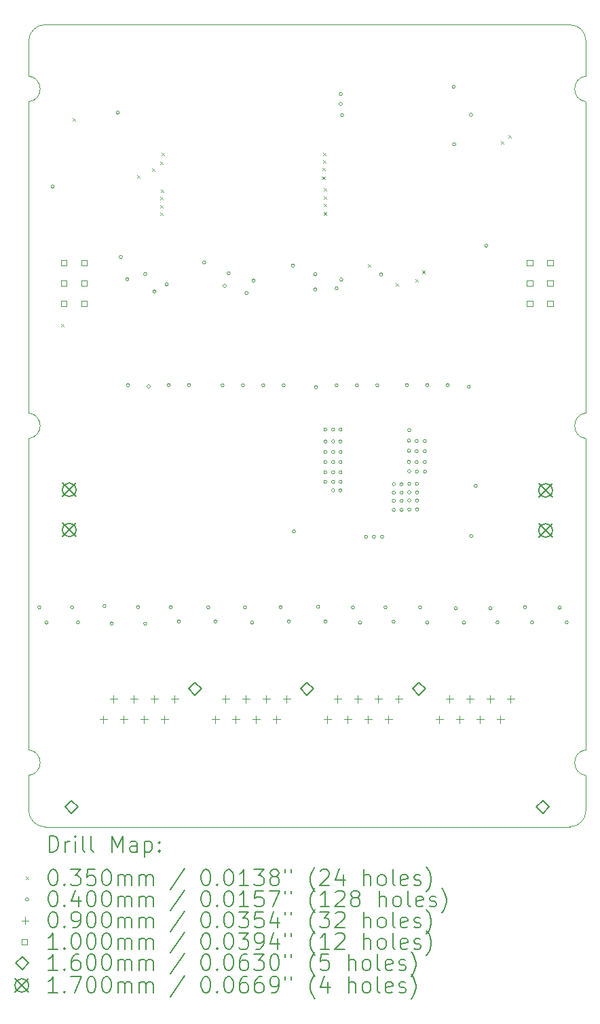
<source format=gbr>
%TF.GenerationSoftware,KiCad,Pcbnew,(6.0.9)*%
%TF.CreationDate,2023-11-09T13:38:59+05:30*%
%TF.ProjectId,Modular-I2C-4PxRJ45-Relay-Driver,4d6f6475-6c61-4722-9d49-32432d345078,2*%
%TF.SameCoordinates,Original*%
%TF.FileFunction,Drillmap*%
%TF.FilePolarity,Positive*%
%FSLAX45Y45*%
G04 Gerber Fmt 4.5, Leading zero omitted, Abs format (unit mm)*
G04 Created by KiCad (PCBNEW (6.0.9)) date 2023-11-09 13:38:59*
%MOMM*%
%LPD*%
G01*
G04 APERTURE LIST*
%ADD10C,0.050000*%
%ADD11C,0.200000*%
%ADD12C,0.035000*%
%ADD13C,0.040000*%
%ADD14C,0.090000*%
%ADD15C,0.100000*%
%ADD16C,0.160000*%
%ADD17C,0.170000*%
G04 APERTURE END LIST*
D10*
X18439600Y-7168200D02*
X18439600Y-11048200D01*
X18439600Y-11368200D02*
X18439600Y-11808200D01*
X18239600Y-12008200D02*
X11689600Y-12008200D01*
X11689600Y-2008200D02*
G75*
G03*
X11489600Y-2208200I0J-200000D01*
G01*
X18239600Y-12008200D02*
G75*
G03*
X18439600Y-11808200I0J200000D01*
G01*
X11689600Y-2008200D02*
X18239600Y-2008200D01*
X11489600Y-2968200D02*
G75*
G03*
X11489600Y-2648200I-20070J160000D01*
G01*
X18439600Y-2648200D02*
G75*
G03*
X18439600Y-2968200I20070J-160000D01*
G01*
X18439600Y-6848200D02*
G75*
G03*
X18439600Y-7168200I20070J-160000D01*
G01*
X18439600Y-2208200D02*
X18439600Y-2648200D01*
X11489600Y-11808200D02*
X11489600Y-11368200D01*
X11489600Y-11368200D02*
G75*
G03*
X11489600Y-11048200I-20070J160000D01*
G01*
X11489600Y-2208200D02*
X11489600Y-2648200D01*
X11489600Y-2968200D02*
X11489600Y-6848200D01*
X18439600Y-11048200D02*
G75*
G03*
X18439600Y-11368200I20070J-160000D01*
G01*
X18439600Y-6848200D02*
X18439600Y-2968200D01*
X11489600Y-7168200D02*
G75*
G03*
X11489600Y-6848200I-20070J160000D01*
G01*
X18439600Y-2208200D02*
G75*
G03*
X18239600Y-2008200I-200000J0D01*
G01*
X11489600Y-11808200D02*
G75*
G03*
X11689600Y-12008200I200000J0D01*
G01*
X11489600Y-7168200D02*
X11489600Y-11048200D01*
D11*
D12*
X11895100Y-5735600D02*
X11930100Y-5770600D01*
X11930100Y-5735600D02*
X11895100Y-5770600D01*
X12032335Y-3175780D02*
X12067335Y-3210780D01*
X12067335Y-3175780D02*
X12032335Y-3210780D01*
X12840215Y-3882556D02*
X12875215Y-3917556D01*
X12875215Y-3882556D02*
X12840215Y-3917556D01*
X13023140Y-3799470D02*
X13058140Y-3834470D01*
X13058140Y-3799470D02*
X13023140Y-3834470D01*
X13125882Y-4349046D02*
X13160882Y-4384046D01*
X13160882Y-4349046D02*
X13125882Y-4384046D01*
X13128909Y-4252504D02*
X13163909Y-4287504D01*
X13163909Y-4252504D02*
X13128909Y-4287504D01*
X13131046Y-4156938D02*
X13166046Y-4191938D01*
X13166046Y-4156938D02*
X13131046Y-4191938D01*
X13131100Y-3712780D02*
X13166100Y-3747780D01*
X13166100Y-3712780D02*
X13131100Y-3747780D01*
X13139700Y-4061740D02*
X13174700Y-4096740D01*
X13174700Y-4061740D02*
X13139700Y-4096740D01*
X13142350Y-3607190D02*
X13177350Y-3642190D01*
X13177350Y-3607190D02*
X13142350Y-3642190D01*
X15147110Y-3898370D02*
X15182110Y-3933370D01*
X15182110Y-3898370D02*
X15147110Y-3933370D01*
X15147920Y-3792780D02*
X15182920Y-3827780D01*
X15182920Y-3792780D02*
X15147920Y-3827780D01*
X15158069Y-3602734D02*
X15193069Y-3637734D01*
X15193069Y-3602734D02*
X15158069Y-3637734D01*
X15162056Y-3698241D02*
X15197056Y-3733241D01*
X15197056Y-3698241D02*
X15162056Y-3733241D01*
X15166444Y-4143369D02*
X15201444Y-4178369D01*
X15201444Y-4143369D02*
X15166444Y-4178369D01*
X15169800Y-4238900D02*
X15204800Y-4273900D01*
X15204800Y-4238900D02*
X15169800Y-4273900D01*
X15170181Y-4047851D02*
X15205181Y-4082851D01*
X15205181Y-4047851D02*
X15170181Y-4082851D01*
X15171749Y-4345370D02*
X15206749Y-4380370D01*
X15206749Y-4345370D02*
X15171749Y-4380370D01*
X15720340Y-4991380D02*
X15755340Y-5026380D01*
X15755340Y-4991380D02*
X15720340Y-5026380D01*
X16067658Y-5228262D02*
X16102658Y-5263262D01*
X16102658Y-5228262D02*
X16067658Y-5263262D01*
X16309620Y-5179340D02*
X16344620Y-5214340D01*
X16344620Y-5179340D02*
X16309620Y-5214340D01*
X16397870Y-5072660D02*
X16432870Y-5107660D01*
X16432870Y-5072660D02*
X16397870Y-5107660D01*
X17381500Y-3462300D02*
X17416500Y-3497300D01*
X17416500Y-3462300D02*
X17381500Y-3497300D01*
X17470400Y-3380830D02*
X17505400Y-3415830D01*
X17505400Y-3380830D02*
X17470400Y-3415830D01*
D13*
X11640500Y-9271000D02*
G75*
G03*
X11640500Y-9271000I-20000J0D01*
G01*
X11729400Y-9461500D02*
G75*
G03*
X11729400Y-9461500I-20000J0D01*
G01*
X11805600Y-4025900D02*
G75*
G03*
X11805600Y-4025900I-20000J0D01*
G01*
X12049440Y-9271000D02*
G75*
G03*
X12049440Y-9271000I-20000J0D01*
G01*
X12123100Y-9461500D02*
G75*
G03*
X12123100Y-9461500I-20000J0D01*
G01*
X12453300Y-9258300D02*
G75*
G03*
X12453300Y-9258300I-20000J0D01*
G01*
X12542200Y-9474200D02*
G75*
G03*
X12542200Y-9474200I-20000J0D01*
G01*
X12618400Y-3103880D02*
G75*
G03*
X12618400Y-3103880I-20000J0D01*
G01*
X12657387Y-4902200D02*
G75*
G03*
X12657387Y-4902200I-20000J0D01*
G01*
X12737657Y-5181600D02*
G75*
G03*
X12737657Y-5181600I-20000J0D01*
G01*
X12745400Y-6502400D02*
G75*
G03*
X12745400Y-6502400I-20000J0D01*
G01*
X12872400Y-9271000D02*
G75*
G03*
X12872400Y-9271000I-20000J0D01*
G01*
X12961300Y-5118100D02*
G75*
G03*
X12961300Y-5118100I-20000J0D01*
G01*
X12961300Y-9474200D02*
G75*
G03*
X12961300Y-9474200I-20000J0D01*
G01*
X13004480Y-6517640D02*
G75*
G03*
X13004480Y-6517640I-20000J0D01*
G01*
X13075600Y-5334000D02*
G75*
G03*
X13075600Y-5334000I-20000J0D01*
G01*
X13229270Y-5246370D02*
G75*
G03*
X13229270Y-5246370I-20000J0D01*
G01*
X13253400Y-6502400D02*
G75*
G03*
X13253400Y-6502400I-20000J0D01*
G01*
X13278800Y-9271000D02*
G75*
G03*
X13278800Y-9271000I-20000J0D01*
G01*
X13380400Y-9448800D02*
G75*
G03*
X13380400Y-9448800I-20000J0D01*
G01*
X13507400Y-6502400D02*
G75*
G03*
X13507400Y-6502400I-20000J0D01*
G01*
X13697235Y-4972680D02*
G75*
G03*
X13697235Y-4972680I-20000J0D01*
G01*
X13748700Y-9271000D02*
G75*
G03*
X13748700Y-9271000I-20000J0D01*
G01*
X13837600Y-9448800D02*
G75*
G03*
X13837600Y-9448800I-20000J0D01*
G01*
X13926500Y-6502400D02*
G75*
G03*
X13926500Y-6502400I-20000J0D01*
G01*
X13951900Y-5263250D02*
G75*
G03*
X13951900Y-5263250I-20000J0D01*
G01*
X14002700Y-5105400D02*
G75*
G03*
X14002700Y-5105400I-20000J0D01*
G01*
X14180500Y-6502400D02*
G75*
G03*
X14180500Y-6502400I-20000J0D01*
G01*
X14205900Y-9271000D02*
G75*
G03*
X14205900Y-9271000I-20000J0D01*
G01*
X14226290Y-5353680D02*
G75*
G03*
X14226290Y-5353680I-20000J0D01*
G01*
X14294800Y-9461500D02*
G75*
G03*
X14294800Y-9461500I-20000J0D01*
G01*
X14312580Y-5199380D02*
G75*
G03*
X14312580Y-5199380I-20000J0D01*
G01*
X14434500Y-6502400D02*
G75*
G03*
X14434500Y-6502400I-20000J0D01*
G01*
X14650400Y-9271000D02*
G75*
G03*
X14650400Y-9271000I-20000J0D01*
G01*
X14688500Y-6502400D02*
G75*
G03*
X14688500Y-6502400I-20000J0D01*
G01*
X14752000Y-9448800D02*
G75*
G03*
X14752000Y-9448800I-20000J0D01*
G01*
X14802135Y-5010780D02*
G75*
G03*
X14802135Y-5010780I-20000J0D01*
G01*
X14816800Y-8325130D02*
G75*
G03*
X14816800Y-8325130I-20000J0D01*
G01*
X15082200Y-5118100D02*
G75*
G03*
X15082200Y-5118100I-20000J0D01*
G01*
X15083204Y-5307070D02*
G75*
G03*
X15083204Y-5307070I-20000J0D01*
G01*
X15092360Y-6527800D02*
G75*
G03*
X15092360Y-6527800I-20000J0D01*
G01*
X15117760Y-9265920D02*
G75*
G03*
X15117760Y-9265920I-20000J0D01*
G01*
X15209200Y-7056120D02*
G75*
G03*
X15209200Y-7056120I-20000J0D01*
G01*
X15209200Y-7203440D02*
G75*
G03*
X15209200Y-7203440I-20000J0D01*
G01*
X15209200Y-7335520D02*
G75*
G03*
X15209200Y-7335520I-20000J0D01*
G01*
X15209200Y-7462520D02*
G75*
G03*
X15209200Y-7462520I-20000J0D01*
G01*
X15209200Y-7589520D02*
G75*
G03*
X15209200Y-7589520I-20000J0D01*
G01*
X15209200Y-7706360D02*
G75*
G03*
X15209200Y-7706360I-20000J0D01*
G01*
X15209200Y-9448800D02*
G75*
G03*
X15209200Y-9448800I-20000J0D01*
G01*
X15305720Y-7056120D02*
G75*
G03*
X15305720Y-7056120I-20000J0D01*
G01*
X15305720Y-7203440D02*
G75*
G03*
X15305720Y-7203440I-20000J0D01*
G01*
X15305720Y-7335520D02*
G75*
G03*
X15305720Y-7335520I-20000J0D01*
G01*
X15305720Y-7462520D02*
G75*
G03*
X15305720Y-7462520I-20000J0D01*
G01*
X15305720Y-7589520D02*
G75*
G03*
X15305720Y-7589520I-20000J0D01*
G01*
X15305720Y-7706360D02*
G75*
G03*
X15305720Y-7706360I-20000J0D01*
G01*
X15305720Y-7813040D02*
G75*
G03*
X15305720Y-7813040I-20000J0D01*
G01*
X15348900Y-5295900D02*
G75*
G03*
X15348900Y-5295900I-20000J0D01*
G01*
X15348900Y-6502400D02*
G75*
G03*
X15348900Y-6502400I-20000J0D01*
G01*
X15397160Y-7056120D02*
G75*
G03*
X15397160Y-7056120I-20000J0D01*
G01*
X15397160Y-7203440D02*
G75*
G03*
X15397160Y-7203440I-20000J0D01*
G01*
X15397160Y-7335520D02*
G75*
G03*
X15397160Y-7335520I-20000J0D01*
G01*
X15397160Y-7462520D02*
G75*
G03*
X15397160Y-7462520I-20000J0D01*
G01*
X15397160Y-7589520D02*
G75*
G03*
X15397160Y-7589520I-20000J0D01*
G01*
X15397160Y-7706360D02*
G75*
G03*
X15397160Y-7706360I-20000J0D01*
G01*
X15397160Y-7813040D02*
G75*
G03*
X15397160Y-7813040I-20000J0D01*
G01*
X15399700Y-2995280D02*
G75*
G03*
X15399700Y-2995280I-20000J0D01*
G01*
X15400780Y-2871280D02*
G75*
G03*
X15400780Y-2871280I-20000J0D01*
G01*
X15407320Y-5186680D02*
G75*
G03*
X15407320Y-5186680I-20000J0D01*
G01*
X15417480Y-3134360D02*
G75*
G03*
X15417480Y-3134360I-20000J0D01*
G01*
X15552100Y-9271000D02*
G75*
G03*
X15552100Y-9271000I-20000J0D01*
G01*
X15602900Y-6502400D02*
G75*
G03*
X15602900Y-6502400I-20000J0D01*
G01*
X15641000Y-9461500D02*
G75*
G03*
X15641000Y-9461500I-20000J0D01*
G01*
X15717200Y-8392160D02*
G75*
G03*
X15717200Y-8392160I-20000J0D01*
G01*
X15813720Y-8392160D02*
G75*
G03*
X15813720Y-8392160I-20000J0D01*
G01*
X15856900Y-6502400D02*
G75*
G03*
X15856900Y-6502400I-20000J0D01*
G01*
X15905160Y-5120640D02*
G75*
G03*
X15905160Y-5120640I-20000J0D01*
G01*
X15915320Y-8392160D02*
G75*
G03*
X15915320Y-8392160I-20000J0D01*
G01*
X15958500Y-9271000D02*
G75*
G03*
X15958500Y-9271000I-20000J0D01*
G01*
X16060100Y-9448800D02*
G75*
G03*
X16060100Y-9448800I-20000J0D01*
G01*
X16062640Y-7736840D02*
G75*
G03*
X16062640Y-7736840I-20000J0D01*
G01*
X16062640Y-7843520D02*
G75*
G03*
X16062640Y-7843520I-20000J0D01*
G01*
X16062640Y-7945120D02*
G75*
G03*
X16062640Y-7945120I-20000J0D01*
G01*
X16062640Y-8056880D02*
G75*
G03*
X16062640Y-8056880I-20000J0D01*
G01*
X16159160Y-7736840D02*
G75*
G03*
X16159160Y-7736840I-20000J0D01*
G01*
X16159160Y-7843520D02*
G75*
G03*
X16159160Y-7843520I-20000J0D01*
G01*
X16159160Y-7945120D02*
G75*
G03*
X16159160Y-7945120I-20000J0D01*
G01*
X16159160Y-8056880D02*
G75*
G03*
X16159160Y-8056880I-20000J0D01*
G01*
X16225200Y-6502400D02*
G75*
G03*
X16225200Y-6502400I-20000J0D01*
G01*
X16250600Y-7193280D02*
G75*
G03*
X16250600Y-7193280I-20000J0D01*
G01*
X16250600Y-7320280D02*
G75*
G03*
X16250600Y-7320280I-20000J0D01*
G01*
X16250600Y-7457440D02*
G75*
G03*
X16250600Y-7457440I-20000J0D01*
G01*
X16255680Y-7061200D02*
G75*
G03*
X16255680Y-7061200I-20000J0D01*
G01*
X16255680Y-7574280D02*
G75*
G03*
X16255680Y-7574280I-20000J0D01*
G01*
X16255680Y-7731760D02*
G75*
G03*
X16255680Y-7731760I-20000J0D01*
G01*
X16255680Y-7838440D02*
G75*
G03*
X16255680Y-7838440I-20000J0D01*
G01*
X16255680Y-7940040D02*
G75*
G03*
X16255680Y-7940040I-20000J0D01*
G01*
X16255680Y-8051800D02*
G75*
G03*
X16255680Y-8051800I-20000J0D01*
G01*
X16347120Y-7198360D02*
G75*
G03*
X16347120Y-7198360I-20000J0D01*
G01*
X16347120Y-7325360D02*
G75*
G03*
X16347120Y-7325360I-20000J0D01*
G01*
X16347120Y-7462520D02*
G75*
G03*
X16347120Y-7462520I-20000J0D01*
G01*
X16352200Y-7579360D02*
G75*
G03*
X16352200Y-7579360I-20000J0D01*
G01*
X16352200Y-7731760D02*
G75*
G03*
X16352200Y-7731760I-20000J0D01*
G01*
X16352200Y-7838440D02*
G75*
G03*
X16352200Y-7838440I-20000J0D01*
G01*
X16352200Y-7940040D02*
G75*
G03*
X16352200Y-7940040I-20000J0D01*
G01*
X16352200Y-8051800D02*
G75*
G03*
X16352200Y-8051800I-20000J0D01*
G01*
X16390300Y-9271000D02*
G75*
G03*
X16390300Y-9271000I-20000J0D01*
G01*
X16448720Y-7198360D02*
G75*
G03*
X16448720Y-7198360I-20000J0D01*
G01*
X16448720Y-7325360D02*
G75*
G03*
X16448720Y-7325360I-20000J0D01*
G01*
X16448720Y-7462520D02*
G75*
G03*
X16448720Y-7462520I-20000J0D01*
G01*
X16453800Y-7579360D02*
G75*
G03*
X16453800Y-7579360I-20000J0D01*
G01*
X16479200Y-6502400D02*
G75*
G03*
X16479200Y-6502400I-20000J0D01*
G01*
X16479200Y-9461500D02*
G75*
G03*
X16479200Y-9461500I-20000J0D01*
G01*
X16733200Y-6502400D02*
G75*
G03*
X16733200Y-6502400I-20000J0D01*
G01*
X16808735Y-2780850D02*
G75*
G03*
X16808735Y-2780850I-20000J0D01*
G01*
X16816507Y-3499480D02*
G75*
G03*
X16816507Y-3499480I-20000J0D01*
G01*
X16834800Y-9283700D02*
G75*
G03*
X16834800Y-9283700I-20000J0D01*
G01*
X16936400Y-9461500D02*
G75*
G03*
X16936400Y-9461500I-20000J0D01*
G01*
X16997360Y-6522720D02*
G75*
G03*
X16997360Y-6522720I-20000J0D01*
G01*
X17024635Y-3131155D02*
G75*
G03*
X17024635Y-3131155I-20000J0D01*
G01*
X17027840Y-8382000D02*
G75*
G03*
X17027840Y-8382000I-20000J0D01*
G01*
X17083600Y-7756480D02*
G75*
G03*
X17083600Y-7756480I-20000J0D01*
G01*
X17215135Y-4763165D02*
G75*
G03*
X17215135Y-4763165I-20000J0D01*
G01*
X17266600Y-9283700D02*
G75*
G03*
X17266600Y-9283700I-20000J0D01*
G01*
X17355500Y-9461500D02*
G75*
G03*
X17355500Y-9461500I-20000J0D01*
G01*
X17698400Y-9271000D02*
G75*
G03*
X17698400Y-9271000I-20000J0D01*
G01*
X17787300Y-9461500D02*
G75*
G03*
X17787300Y-9461500I-20000J0D01*
G01*
X18130200Y-9276080D02*
G75*
G03*
X18130200Y-9276080I-20000J0D01*
G01*
X18219100Y-9461500D02*
G75*
G03*
X18219100Y-9461500I-20000J0D01*
G01*
D14*
X12420600Y-10624250D02*
X12420600Y-10714250D01*
X12375600Y-10669250D02*
X12465600Y-10669250D01*
X12547600Y-10370250D02*
X12547600Y-10460250D01*
X12502600Y-10415250D02*
X12592600Y-10415250D01*
X12674600Y-10624250D02*
X12674600Y-10714250D01*
X12629600Y-10669250D02*
X12719600Y-10669250D01*
X12801600Y-10370250D02*
X12801600Y-10460250D01*
X12756600Y-10415250D02*
X12846600Y-10415250D01*
X12928600Y-10624250D02*
X12928600Y-10714250D01*
X12883600Y-10669250D02*
X12973600Y-10669250D01*
X13055600Y-10370250D02*
X13055600Y-10460250D01*
X13010600Y-10415250D02*
X13100600Y-10415250D01*
X13182600Y-10624250D02*
X13182600Y-10714250D01*
X13137600Y-10669250D02*
X13227600Y-10669250D01*
X13309600Y-10370250D02*
X13309600Y-10460250D01*
X13264600Y-10415250D02*
X13354600Y-10415250D01*
X13817600Y-10624250D02*
X13817600Y-10714250D01*
X13772600Y-10669250D02*
X13862600Y-10669250D01*
X13944600Y-10370250D02*
X13944600Y-10460250D01*
X13899600Y-10415250D02*
X13989600Y-10415250D01*
X14071600Y-10624250D02*
X14071600Y-10714250D01*
X14026600Y-10669250D02*
X14116600Y-10669250D01*
X14198600Y-10370250D02*
X14198600Y-10460250D01*
X14153600Y-10415250D02*
X14243600Y-10415250D01*
X14325600Y-10624250D02*
X14325600Y-10714250D01*
X14280600Y-10669250D02*
X14370600Y-10669250D01*
X14452600Y-10370250D02*
X14452600Y-10460250D01*
X14407600Y-10415250D02*
X14497600Y-10415250D01*
X14579600Y-10624250D02*
X14579600Y-10714250D01*
X14534600Y-10669250D02*
X14624600Y-10669250D01*
X14706600Y-10370250D02*
X14706600Y-10460250D01*
X14661600Y-10415250D02*
X14751600Y-10415250D01*
X15214600Y-10624250D02*
X15214600Y-10714250D01*
X15169600Y-10669250D02*
X15259600Y-10669250D01*
X15341600Y-10370250D02*
X15341600Y-10460250D01*
X15296600Y-10415250D02*
X15386600Y-10415250D01*
X15468600Y-10624250D02*
X15468600Y-10714250D01*
X15423600Y-10669250D02*
X15513600Y-10669250D01*
X15595600Y-10370250D02*
X15595600Y-10460250D01*
X15550600Y-10415250D02*
X15640600Y-10415250D01*
X15722600Y-10624250D02*
X15722600Y-10714250D01*
X15677600Y-10669250D02*
X15767600Y-10669250D01*
X15849600Y-10370250D02*
X15849600Y-10460250D01*
X15804600Y-10415250D02*
X15894600Y-10415250D01*
X15976600Y-10624250D02*
X15976600Y-10714250D01*
X15931600Y-10669250D02*
X16021600Y-10669250D01*
X16103600Y-10370250D02*
X16103600Y-10460250D01*
X16058600Y-10415250D02*
X16148600Y-10415250D01*
X16611600Y-10624250D02*
X16611600Y-10714250D01*
X16566600Y-10669250D02*
X16656600Y-10669250D01*
X16738600Y-10370250D02*
X16738600Y-10460250D01*
X16693600Y-10415250D02*
X16783600Y-10415250D01*
X16865600Y-10624250D02*
X16865600Y-10714250D01*
X16820600Y-10669250D02*
X16910600Y-10669250D01*
X16992600Y-10370250D02*
X16992600Y-10460250D01*
X16947600Y-10415250D02*
X17037600Y-10415250D01*
X17119600Y-10624250D02*
X17119600Y-10714250D01*
X17074600Y-10669250D02*
X17164600Y-10669250D01*
X17246600Y-10370250D02*
X17246600Y-10460250D01*
X17201600Y-10415250D02*
X17291600Y-10415250D01*
X17373600Y-10624250D02*
X17373600Y-10714250D01*
X17328600Y-10669250D02*
X17418600Y-10669250D01*
X17500600Y-10370250D02*
X17500600Y-10460250D01*
X17455600Y-10415250D02*
X17545600Y-10415250D01*
D15*
X11960656Y-5013756D02*
X11960656Y-4943044D01*
X11889944Y-4943044D01*
X11889944Y-5013756D01*
X11960656Y-5013756D01*
X11960656Y-5267756D02*
X11960656Y-5197044D01*
X11889944Y-5197044D01*
X11889944Y-5267756D01*
X11960656Y-5267756D01*
X11960656Y-5521756D02*
X11960656Y-5451044D01*
X11889944Y-5451044D01*
X11889944Y-5521756D01*
X11960656Y-5521756D01*
X12214656Y-5013756D02*
X12214656Y-4943044D01*
X12143944Y-4943044D01*
X12143944Y-5013756D01*
X12214656Y-5013756D01*
X12214656Y-5267756D02*
X12214656Y-5197044D01*
X12143944Y-5197044D01*
X12143944Y-5267756D01*
X12214656Y-5267756D01*
X12214656Y-5521756D02*
X12214656Y-5451044D01*
X12143944Y-5451044D01*
X12143944Y-5521756D01*
X12214656Y-5521756D01*
X17774716Y-5013756D02*
X17774716Y-4943044D01*
X17704004Y-4943044D01*
X17704004Y-5013756D01*
X17774716Y-5013756D01*
X17774716Y-5267756D02*
X17774716Y-5197044D01*
X17704004Y-5197044D01*
X17704004Y-5267756D01*
X17774716Y-5267756D01*
X17774716Y-5521756D02*
X17774716Y-5451044D01*
X17704004Y-5451044D01*
X17704004Y-5521756D01*
X17774716Y-5521756D01*
X18028716Y-5013756D02*
X18028716Y-4943044D01*
X17958004Y-4943044D01*
X17958004Y-5013756D01*
X18028716Y-5013756D01*
X18028716Y-5267756D02*
X18028716Y-5197044D01*
X17958004Y-5197044D01*
X17958004Y-5267756D01*
X18028716Y-5267756D01*
X18028716Y-5521756D02*
X18028716Y-5451044D01*
X17958004Y-5451044D01*
X17958004Y-5521756D01*
X18028716Y-5521756D01*
D16*
X12020600Y-11841250D02*
X12100600Y-11761250D01*
X12020600Y-11681250D01*
X11940600Y-11761250D01*
X12020600Y-11841250D01*
X13563600Y-10368250D02*
X13643600Y-10288250D01*
X13563600Y-10208250D01*
X13483600Y-10288250D01*
X13563600Y-10368250D01*
X14960600Y-10368250D02*
X15040600Y-10288250D01*
X14960600Y-10208250D01*
X14880600Y-10288250D01*
X14960600Y-10368250D01*
X16357600Y-10368250D02*
X16437600Y-10288250D01*
X16357600Y-10208250D01*
X16277600Y-10288250D01*
X16357600Y-10368250D01*
X17900600Y-11841250D02*
X17980600Y-11761250D01*
X17900600Y-11681250D01*
X17820600Y-11761250D01*
X17900600Y-11841250D01*
D17*
X11908880Y-7721980D02*
X12078880Y-7891980D01*
X12078880Y-7721980D02*
X11908880Y-7891980D01*
X12078880Y-7806980D02*
G75*
G03*
X12078880Y-7806980I-85000J0D01*
G01*
X11908880Y-8221780D02*
X12078880Y-8391780D01*
X12078880Y-8221780D02*
X11908880Y-8391780D01*
X12078880Y-8306780D02*
G75*
G03*
X12078880Y-8306780I-85000J0D01*
G01*
X17851790Y-7728580D02*
X18021790Y-7898580D01*
X18021790Y-7728580D02*
X17851790Y-7898580D01*
X18021790Y-7813580D02*
G75*
G03*
X18021790Y-7813580I-85000J0D01*
G01*
X17851790Y-8228380D02*
X18021790Y-8398380D01*
X18021790Y-8228380D02*
X17851790Y-8398380D01*
X18021790Y-8313380D02*
G75*
G03*
X18021790Y-8313380I-85000J0D01*
G01*
D11*
X11744719Y-12321176D02*
X11744719Y-12121176D01*
X11792338Y-12121176D01*
X11820909Y-12130700D01*
X11839957Y-12149748D01*
X11849481Y-12168795D01*
X11859005Y-12206890D01*
X11859005Y-12235462D01*
X11849481Y-12273557D01*
X11839957Y-12292605D01*
X11820909Y-12311652D01*
X11792338Y-12321176D01*
X11744719Y-12321176D01*
X11944719Y-12321176D02*
X11944719Y-12187843D01*
X11944719Y-12225938D02*
X11954243Y-12206890D01*
X11963767Y-12197367D01*
X11982814Y-12187843D01*
X12001862Y-12187843D01*
X12068528Y-12321176D02*
X12068528Y-12187843D01*
X12068528Y-12121176D02*
X12059005Y-12130700D01*
X12068528Y-12140224D01*
X12078052Y-12130700D01*
X12068528Y-12121176D01*
X12068528Y-12140224D01*
X12192338Y-12321176D02*
X12173290Y-12311652D01*
X12163767Y-12292605D01*
X12163767Y-12121176D01*
X12297100Y-12321176D02*
X12278052Y-12311652D01*
X12268528Y-12292605D01*
X12268528Y-12121176D01*
X12525671Y-12321176D02*
X12525671Y-12121176D01*
X12592338Y-12264033D01*
X12659005Y-12121176D01*
X12659005Y-12321176D01*
X12839957Y-12321176D02*
X12839957Y-12216414D01*
X12830433Y-12197367D01*
X12811386Y-12187843D01*
X12773290Y-12187843D01*
X12754243Y-12197367D01*
X12839957Y-12311652D02*
X12820909Y-12321176D01*
X12773290Y-12321176D01*
X12754243Y-12311652D01*
X12744719Y-12292605D01*
X12744719Y-12273557D01*
X12754243Y-12254509D01*
X12773290Y-12244986D01*
X12820909Y-12244986D01*
X12839957Y-12235462D01*
X12935195Y-12187843D02*
X12935195Y-12387843D01*
X12935195Y-12197367D02*
X12954243Y-12187843D01*
X12992338Y-12187843D01*
X13011386Y-12197367D01*
X13020909Y-12206890D01*
X13030433Y-12225938D01*
X13030433Y-12283081D01*
X13020909Y-12302128D01*
X13011386Y-12311652D01*
X12992338Y-12321176D01*
X12954243Y-12321176D01*
X12935195Y-12311652D01*
X13116148Y-12302128D02*
X13125671Y-12311652D01*
X13116148Y-12321176D01*
X13106624Y-12311652D01*
X13116148Y-12302128D01*
X13116148Y-12321176D01*
X13116148Y-12197367D02*
X13125671Y-12206890D01*
X13116148Y-12216414D01*
X13106624Y-12206890D01*
X13116148Y-12197367D01*
X13116148Y-12216414D01*
D12*
X11452100Y-12633200D02*
X11487100Y-12668200D01*
X11487100Y-12633200D02*
X11452100Y-12668200D01*
D11*
X11782814Y-12541176D02*
X11801862Y-12541176D01*
X11820909Y-12550700D01*
X11830433Y-12560224D01*
X11839957Y-12579271D01*
X11849481Y-12617367D01*
X11849481Y-12664986D01*
X11839957Y-12703081D01*
X11830433Y-12722128D01*
X11820909Y-12731652D01*
X11801862Y-12741176D01*
X11782814Y-12741176D01*
X11763767Y-12731652D01*
X11754243Y-12722128D01*
X11744719Y-12703081D01*
X11735195Y-12664986D01*
X11735195Y-12617367D01*
X11744719Y-12579271D01*
X11754243Y-12560224D01*
X11763767Y-12550700D01*
X11782814Y-12541176D01*
X11935195Y-12722128D02*
X11944719Y-12731652D01*
X11935195Y-12741176D01*
X11925671Y-12731652D01*
X11935195Y-12722128D01*
X11935195Y-12741176D01*
X12011386Y-12541176D02*
X12135195Y-12541176D01*
X12068528Y-12617367D01*
X12097100Y-12617367D01*
X12116148Y-12626890D01*
X12125671Y-12636414D01*
X12135195Y-12655462D01*
X12135195Y-12703081D01*
X12125671Y-12722128D01*
X12116148Y-12731652D01*
X12097100Y-12741176D01*
X12039957Y-12741176D01*
X12020909Y-12731652D01*
X12011386Y-12722128D01*
X12316148Y-12541176D02*
X12220909Y-12541176D01*
X12211386Y-12636414D01*
X12220909Y-12626890D01*
X12239957Y-12617367D01*
X12287576Y-12617367D01*
X12306624Y-12626890D01*
X12316148Y-12636414D01*
X12325671Y-12655462D01*
X12325671Y-12703081D01*
X12316148Y-12722128D01*
X12306624Y-12731652D01*
X12287576Y-12741176D01*
X12239957Y-12741176D01*
X12220909Y-12731652D01*
X12211386Y-12722128D01*
X12449481Y-12541176D02*
X12468528Y-12541176D01*
X12487576Y-12550700D01*
X12497100Y-12560224D01*
X12506624Y-12579271D01*
X12516148Y-12617367D01*
X12516148Y-12664986D01*
X12506624Y-12703081D01*
X12497100Y-12722128D01*
X12487576Y-12731652D01*
X12468528Y-12741176D01*
X12449481Y-12741176D01*
X12430433Y-12731652D01*
X12420909Y-12722128D01*
X12411386Y-12703081D01*
X12401862Y-12664986D01*
X12401862Y-12617367D01*
X12411386Y-12579271D01*
X12420909Y-12560224D01*
X12430433Y-12550700D01*
X12449481Y-12541176D01*
X12601862Y-12741176D02*
X12601862Y-12607843D01*
X12601862Y-12626890D02*
X12611386Y-12617367D01*
X12630433Y-12607843D01*
X12659005Y-12607843D01*
X12678052Y-12617367D01*
X12687576Y-12636414D01*
X12687576Y-12741176D01*
X12687576Y-12636414D02*
X12697100Y-12617367D01*
X12716148Y-12607843D01*
X12744719Y-12607843D01*
X12763767Y-12617367D01*
X12773290Y-12636414D01*
X12773290Y-12741176D01*
X12868528Y-12741176D02*
X12868528Y-12607843D01*
X12868528Y-12626890D02*
X12878052Y-12617367D01*
X12897100Y-12607843D01*
X12925671Y-12607843D01*
X12944719Y-12617367D01*
X12954243Y-12636414D01*
X12954243Y-12741176D01*
X12954243Y-12636414D02*
X12963767Y-12617367D01*
X12982814Y-12607843D01*
X13011386Y-12607843D01*
X13030433Y-12617367D01*
X13039957Y-12636414D01*
X13039957Y-12741176D01*
X13430433Y-12531652D02*
X13259005Y-12788795D01*
X13687576Y-12541176D02*
X13706624Y-12541176D01*
X13725671Y-12550700D01*
X13735195Y-12560224D01*
X13744719Y-12579271D01*
X13754243Y-12617367D01*
X13754243Y-12664986D01*
X13744719Y-12703081D01*
X13735195Y-12722128D01*
X13725671Y-12731652D01*
X13706624Y-12741176D01*
X13687576Y-12741176D01*
X13668528Y-12731652D01*
X13659005Y-12722128D01*
X13649481Y-12703081D01*
X13639957Y-12664986D01*
X13639957Y-12617367D01*
X13649481Y-12579271D01*
X13659005Y-12560224D01*
X13668528Y-12550700D01*
X13687576Y-12541176D01*
X13839957Y-12722128D02*
X13849481Y-12731652D01*
X13839957Y-12741176D01*
X13830433Y-12731652D01*
X13839957Y-12722128D01*
X13839957Y-12741176D01*
X13973290Y-12541176D02*
X13992338Y-12541176D01*
X14011386Y-12550700D01*
X14020909Y-12560224D01*
X14030433Y-12579271D01*
X14039957Y-12617367D01*
X14039957Y-12664986D01*
X14030433Y-12703081D01*
X14020909Y-12722128D01*
X14011386Y-12731652D01*
X13992338Y-12741176D01*
X13973290Y-12741176D01*
X13954243Y-12731652D01*
X13944719Y-12722128D01*
X13935195Y-12703081D01*
X13925671Y-12664986D01*
X13925671Y-12617367D01*
X13935195Y-12579271D01*
X13944719Y-12560224D01*
X13954243Y-12550700D01*
X13973290Y-12541176D01*
X14230433Y-12741176D02*
X14116148Y-12741176D01*
X14173290Y-12741176D02*
X14173290Y-12541176D01*
X14154243Y-12569748D01*
X14135195Y-12588795D01*
X14116148Y-12598319D01*
X14297100Y-12541176D02*
X14420909Y-12541176D01*
X14354243Y-12617367D01*
X14382814Y-12617367D01*
X14401862Y-12626890D01*
X14411386Y-12636414D01*
X14420909Y-12655462D01*
X14420909Y-12703081D01*
X14411386Y-12722128D01*
X14401862Y-12731652D01*
X14382814Y-12741176D01*
X14325671Y-12741176D01*
X14306624Y-12731652D01*
X14297100Y-12722128D01*
X14535195Y-12626890D02*
X14516148Y-12617367D01*
X14506624Y-12607843D01*
X14497100Y-12588795D01*
X14497100Y-12579271D01*
X14506624Y-12560224D01*
X14516148Y-12550700D01*
X14535195Y-12541176D01*
X14573290Y-12541176D01*
X14592338Y-12550700D01*
X14601862Y-12560224D01*
X14611386Y-12579271D01*
X14611386Y-12588795D01*
X14601862Y-12607843D01*
X14592338Y-12617367D01*
X14573290Y-12626890D01*
X14535195Y-12626890D01*
X14516148Y-12636414D01*
X14506624Y-12645938D01*
X14497100Y-12664986D01*
X14497100Y-12703081D01*
X14506624Y-12722128D01*
X14516148Y-12731652D01*
X14535195Y-12741176D01*
X14573290Y-12741176D01*
X14592338Y-12731652D01*
X14601862Y-12722128D01*
X14611386Y-12703081D01*
X14611386Y-12664986D01*
X14601862Y-12645938D01*
X14592338Y-12636414D01*
X14573290Y-12626890D01*
X14687576Y-12541176D02*
X14687576Y-12579271D01*
X14763767Y-12541176D02*
X14763767Y-12579271D01*
X15059005Y-12817367D02*
X15049481Y-12807843D01*
X15030433Y-12779271D01*
X15020909Y-12760224D01*
X15011386Y-12731652D01*
X15001862Y-12684033D01*
X15001862Y-12645938D01*
X15011386Y-12598319D01*
X15020909Y-12569748D01*
X15030433Y-12550700D01*
X15049481Y-12522128D01*
X15059005Y-12512605D01*
X15125671Y-12560224D02*
X15135195Y-12550700D01*
X15154243Y-12541176D01*
X15201862Y-12541176D01*
X15220909Y-12550700D01*
X15230433Y-12560224D01*
X15239957Y-12579271D01*
X15239957Y-12598319D01*
X15230433Y-12626890D01*
X15116148Y-12741176D01*
X15239957Y-12741176D01*
X15411386Y-12607843D02*
X15411386Y-12741176D01*
X15363767Y-12531652D02*
X15316148Y-12674509D01*
X15439957Y-12674509D01*
X15668528Y-12741176D02*
X15668528Y-12541176D01*
X15754243Y-12741176D02*
X15754243Y-12636414D01*
X15744719Y-12617367D01*
X15725671Y-12607843D01*
X15697100Y-12607843D01*
X15678052Y-12617367D01*
X15668528Y-12626890D01*
X15878052Y-12741176D02*
X15859005Y-12731652D01*
X15849481Y-12722128D01*
X15839957Y-12703081D01*
X15839957Y-12645938D01*
X15849481Y-12626890D01*
X15859005Y-12617367D01*
X15878052Y-12607843D01*
X15906624Y-12607843D01*
X15925671Y-12617367D01*
X15935195Y-12626890D01*
X15944719Y-12645938D01*
X15944719Y-12703081D01*
X15935195Y-12722128D01*
X15925671Y-12731652D01*
X15906624Y-12741176D01*
X15878052Y-12741176D01*
X16059005Y-12741176D02*
X16039957Y-12731652D01*
X16030433Y-12712605D01*
X16030433Y-12541176D01*
X16211386Y-12731652D02*
X16192338Y-12741176D01*
X16154243Y-12741176D01*
X16135195Y-12731652D01*
X16125671Y-12712605D01*
X16125671Y-12636414D01*
X16135195Y-12617367D01*
X16154243Y-12607843D01*
X16192338Y-12607843D01*
X16211386Y-12617367D01*
X16220909Y-12636414D01*
X16220909Y-12655462D01*
X16125671Y-12674509D01*
X16297100Y-12731652D02*
X16316148Y-12741176D01*
X16354243Y-12741176D01*
X16373290Y-12731652D01*
X16382814Y-12712605D01*
X16382814Y-12703081D01*
X16373290Y-12684033D01*
X16354243Y-12674509D01*
X16325671Y-12674509D01*
X16306624Y-12664986D01*
X16297100Y-12645938D01*
X16297100Y-12636414D01*
X16306624Y-12617367D01*
X16325671Y-12607843D01*
X16354243Y-12607843D01*
X16373290Y-12617367D01*
X16449481Y-12817367D02*
X16459005Y-12807843D01*
X16478052Y-12779271D01*
X16487576Y-12760224D01*
X16497100Y-12731652D01*
X16506624Y-12684033D01*
X16506624Y-12645938D01*
X16497100Y-12598319D01*
X16487576Y-12569748D01*
X16478052Y-12550700D01*
X16459005Y-12522128D01*
X16449481Y-12512605D01*
D13*
X11487100Y-12914700D02*
G75*
G03*
X11487100Y-12914700I-20000J0D01*
G01*
D11*
X11782814Y-12805176D02*
X11801862Y-12805176D01*
X11820909Y-12814700D01*
X11830433Y-12824224D01*
X11839957Y-12843271D01*
X11849481Y-12881367D01*
X11849481Y-12928986D01*
X11839957Y-12967081D01*
X11830433Y-12986128D01*
X11820909Y-12995652D01*
X11801862Y-13005176D01*
X11782814Y-13005176D01*
X11763767Y-12995652D01*
X11754243Y-12986128D01*
X11744719Y-12967081D01*
X11735195Y-12928986D01*
X11735195Y-12881367D01*
X11744719Y-12843271D01*
X11754243Y-12824224D01*
X11763767Y-12814700D01*
X11782814Y-12805176D01*
X11935195Y-12986128D02*
X11944719Y-12995652D01*
X11935195Y-13005176D01*
X11925671Y-12995652D01*
X11935195Y-12986128D01*
X11935195Y-13005176D01*
X12116148Y-12871843D02*
X12116148Y-13005176D01*
X12068528Y-12795652D02*
X12020909Y-12938509D01*
X12144719Y-12938509D01*
X12259005Y-12805176D02*
X12278052Y-12805176D01*
X12297100Y-12814700D01*
X12306624Y-12824224D01*
X12316148Y-12843271D01*
X12325671Y-12881367D01*
X12325671Y-12928986D01*
X12316148Y-12967081D01*
X12306624Y-12986128D01*
X12297100Y-12995652D01*
X12278052Y-13005176D01*
X12259005Y-13005176D01*
X12239957Y-12995652D01*
X12230433Y-12986128D01*
X12220909Y-12967081D01*
X12211386Y-12928986D01*
X12211386Y-12881367D01*
X12220909Y-12843271D01*
X12230433Y-12824224D01*
X12239957Y-12814700D01*
X12259005Y-12805176D01*
X12449481Y-12805176D02*
X12468528Y-12805176D01*
X12487576Y-12814700D01*
X12497100Y-12824224D01*
X12506624Y-12843271D01*
X12516148Y-12881367D01*
X12516148Y-12928986D01*
X12506624Y-12967081D01*
X12497100Y-12986128D01*
X12487576Y-12995652D01*
X12468528Y-13005176D01*
X12449481Y-13005176D01*
X12430433Y-12995652D01*
X12420909Y-12986128D01*
X12411386Y-12967081D01*
X12401862Y-12928986D01*
X12401862Y-12881367D01*
X12411386Y-12843271D01*
X12420909Y-12824224D01*
X12430433Y-12814700D01*
X12449481Y-12805176D01*
X12601862Y-13005176D02*
X12601862Y-12871843D01*
X12601862Y-12890890D02*
X12611386Y-12881367D01*
X12630433Y-12871843D01*
X12659005Y-12871843D01*
X12678052Y-12881367D01*
X12687576Y-12900414D01*
X12687576Y-13005176D01*
X12687576Y-12900414D02*
X12697100Y-12881367D01*
X12716148Y-12871843D01*
X12744719Y-12871843D01*
X12763767Y-12881367D01*
X12773290Y-12900414D01*
X12773290Y-13005176D01*
X12868528Y-13005176D02*
X12868528Y-12871843D01*
X12868528Y-12890890D02*
X12878052Y-12881367D01*
X12897100Y-12871843D01*
X12925671Y-12871843D01*
X12944719Y-12881367D01*
X12954243Y-12900414D01*
X12954243Y-13005176D01*
X12954243Y-12900414D02*
X12963767Y-12881367D01*
X12982814Y-12871843D01*
X13011386Y-12871843D01*
X13030433Y-12881367D01*
X13039957Y-12900414D01*
X13039957Y-13005176D01*
X13430433Y-12795652D02*
X13259005Y-13052795D01*
X13687576Y-12805176D02*
X13706624Y-12805176D01*
X13725671Y-12814700D01*
X13735195Y-12824224D01*
X13744719Y-12843271D01*
X13754243Y-12881367D01*
X13754243Y-12928986D01*
X13744719Y-12967081D01*
X13735195Y-12986128D01*
X13725671Y-12995652D01*
X13706624Y-13005176D01*
X13687576Y-13005176D01*
X13668528Y-12995652D01*
X13659005Y-12986128D01*
X13649481Y-12967081D01*
X13639957Y-12928986D01*
X13639957Y-12881367D01*
X13649481Y-12843271D01*
X13659005Y-12824224D01*
X13668528Y-12814700D01*
X13687576Y-12805176D01*
X13839957Y-12986128D02*
X13849481Y-12995652D01*
X13839957Y-13005176D01*
X13830433Y-12995652D01*
X13839957Y-12986128D01*
X13839957Y-13005176D01*
X13973290Y-12805176D02*
X13992338Y-12805176D01*
X14011386Y-12814700D01*
X14020909Y-12824224D01*
X14030433Y-12843271D01*
X14039957Y-12881367D01*
X14039957Y-12928986D01*
X14030433Y-12967081D01*
X14020909Y-12986128D01*
X14011386Y-12995652D01*
X13992338Y-13005176D01*
X13973290Y-13005176D01*
X13954243Y-12995652D01*
X13944719Y-12986128D01*
X13935195Y-12967081D01*
X13925671Y-12928986D01*
X13925671Y-12881367D01*
X13935195Y-12843271D01*
X13944719Y-12824224D01*
X13954243Y-12814700D01*
X13973290Y-12805176D01*
X14230433Y-13005176D02*
X14116148Y-13005176D01*
X14173290Y-13005176D02*
X14173290Y-12805176D01*
X14154243Y-12833748D01*
X14135195Y-12852795D01*
X14116148Y-12862319D01*
X14411386Y-12805176D02*
X14316148Y-12805176D01*
X14306624Y-12900414D01*
X14316148Y-12890890D01*
X14335195Y-12881367D01*
X14382814Y-12881367D01*
X14401862Y-12890890D01*
X14411386Y-12900414D01*
X14420909Y-12919462D01*
X14420909Y-12967081D01*
X14411386Y-12986128D01*
X14401862Y-12995652D01*
X14382814Y-13005176D01*
X14335195Y-13005176D01*
X14316148Y-12995652D01*
X14306624Y-12986128D01*
X14487576Y-12805176D02*
X14620909Y-12805176D01*
X14535195Y-13005176D01*
X14687576Y-12805176D02*
X14687576Y-12843271D01*
X14763767Y-12805176D02*
X14763767Y-12843271D01*
X15059005Y-13081367D02*
X15049481Y-13071843D01*
X15030433Y-13043271D01*
X15020909Y-13024224D01*
X15011386Y-12995652D01*
X15001862Y-12948033D01*
X15001862Y-12909938D01*
X15011386Y-12862319D01*
X15020909Y-12833748D01*
X15030433Y-12814700D01*
X15049481Y-12786128D01*
X15059005Y-12776605D01*
X15239957Y-13005176D02*
X15125671Y-13005176D01*
X15182814Y-13005176D02*
X15182814Y-12805176D01*
X15163767Y-12833748D01*
X15144719Y-12852795D01*
X15125671Y-12862319D01*
X15316148Y-12824224D02*
X15325671Y-12814700D01*
X15344719Y-12805176D01*
X15392338Y-12805176D01*
X15411386Y-12814700D01*
X15420909Y-12824224D01*
X15430433Y-12843271D01*
X15430433Y-12862319D01*
X15420909Y-12890890D01*
X15306624Y-13005176D01*
X15430433Y-13005176D01*
X15544719Y-12890890D02*
X15525671Y-12881367D01*
X15516148Y-12871843D01*
X15506624Y-12852795D01*
X15506624Y-12843271D01*
X15516148Y-12824224D01*
X15525671Y-12814700D01*
X15544719Y-12805176D01*
X15582814Y-12805176D01*
X15601862Y-12814700D01*
X15611386Y-12824224D01*
X15620909Y-12843271D01*
X15620909Y-12852795D01*
X15611386Y-12871843D01*
X15601862Y-12881367D01*
X15582814Y-12890890D01*
X15544719Y-12890890D01*
X15525671Y-12900414D01*
X15516148Y-12909938D01*
X15506624Y-12928986D01*
X15506624Y-12967081D01*
X15516148Y-12986128D01*
X15525671Y-12995652D01*
X15544719Y-13005176D01*
X15582814Y-13005176D01*
X15601862Y-12995652D01*
X15611386Y-12986128D01*
X15620909Y-12967081D01*
X15620909Y-12928986D01*
X15611386Y-12909938D01*
X15601862Y-12900414D01*
X15582814Y-12890890D01*
X15859005Y-13005176D02*
X15859005Y-12805176D01*
X15944719Y-13005176D02*
X15944719Y-12900414D01*
X15935195Y-12881367D01*
X15916148Y-12871843D01*
X15887576Y-12871843D01*
X15868528Y-12881367D01*
X15859005Y-12890890D01*
X16068528Y-13005176D02*
X16049481Y-12995652D01*
X16039957Y-12986128D01*
X16030433Y-12967081D01*
X16030433Y-12909938D01*
X16039957Y-12890890D01*
X16049481Y-12881367D01*
X16068528Y-12871843D01*
X16097100Y-12871843D01*
X16116148Y-12881367D01*
X16125671Y-12890890D01*
X16135195Y-12909938D01*
X16135195Y-12967081D01*
X16125671Y-12986128D01*
X16116148Y-12995652D01*
X16097100Y-13005176D01*
X16068528Y-13005176D01*
X16249481Y-13005176D02*
X16230433Y-12995652D01*
X16220909Y-12976605D01*
X16220909Y-12805176D01*
X16401862Y-12995652D02*
X16382814Y-13005176D01*
X16344719Y-13005176D01*
X16325671Y-12995652D01*
X16316148Y-12976605D01*
X16316148Y-12900414D01*
X16325671Y-12881367D01*
X16344719Y-12871843D01*
X16382814Y-12871843D01*
X16401862Y-12881367D01*
X16411386Y-12900414D01*
X16411386Y-12919462D01*
X16316148Y-12938509D01*
X16487576Y-12995652D02*
X16506624Y-13005176D01*
X16544719Y-13005176D01*
X16563767Y-12995652D01*
X16573290Y-12976605D01*
X16573290Y-12967081D01*
X16563767Y-12948033D01*
X16544719Y-12938509D01*
X16516148Y-12938509D01*
X16497100Y-12928986D01*
X16487576Y-12909938D01*
X16487576Y-12900414D01*
X16497100Y-12881367D01*
X16516148Y-12871843D01*
X16544719Y-12871843D01*
X16563767Y-12881367D01*
X16639957Y-13081367D02*
X16649481Y-13071843D01*
X16668528Y-13043271D01*
X16678052Y-13024224D01*
X16687576Y-12995652D01*
X16697100Y-12948033D01*
X16697100Y-12909938D01*
X16687576Y-12862319D01*
X16678052Y-12833748D01*
X16668528Y-12814700D01*
X16649481Y-12786128D01*
X16639957Y-12776605D01*
D14*
X11442100Y-13133700D02*
X11442100Y-13223700D01*
X11397100Y-13178700D02*
X11487100Y-13178700D01*
D11*
X11782814Y-13069176D02*
X11801862Y-13069176D01*
X11820909Y-13078700D01*
X11830433Y-13088224D01*
X11839957Y-13107271D01*
X11849481Y-13145367D01*
X11849481Y-13192986D01*
X11839957Y-13231081D01*
X11830433Y-13250128D01*
X11820909Y-13259652D01*
X11801862Y-13269176D01*
X11782814Y-13269176D01*
X11763767Y-13259652D01*
X11754243Y-13250128D01*
X11744719Y-13231081D01*
X11735195Y-13192986D01*
X11735195Y-13145367D01*
X11744719Y-13107271D01*
X11754243Y-13088224D01*
X11763767Y-13078700D01*
X11782814Y-13069176D01*
X11935195Y-13250128D02*
X11944719Y-13259652D01*
X11935195Y-13269176D01*
X11925671Y-13259652D01*
X11935195Y-13250128D01*
X11935195Y-13269176D01*
X12039957Y-13269176D02*
X12078052Y-13269176D01*
X12097100Y-13259652D01*
X12106624Y-13250128D01*
X12125671Y-13221557D01*
X12135195Y-13183462D01*
X12135195Y-13107271D01*
X12125671Y-13088224D01*
X12116148Y-13078700D01*
X12097100Y-13069176D01*
X12059005Y-13069176D01*
X12039957Y-13078700D01*
X12030433Y-13088224D01*
X12020909Y-13107271D01*
X12020909Y-13154890D01*
X12030433Y-13173938D01*
X12039957Y-13183462D01*
X12059005Y-13192986D01*
X12097100Y-13192986D01*
X12116148Y-13183462D01*
X12125671Y-13173938D01*
X12135195Y-13154890D01*
X12259005Y-13069176D02*
X12278052Y-13069176D01*
X12297100Y-13078700D01*
X12306624Y-13088224D01*
X12316148Y-13107271D01*
X12325671Y-13145367D01*
X12325671Y-13192986D01*
X12316148Y-13231081D01*
X12306624Y-13250128D01*
X12297100Y-13259652D01*
X12278052Y-13269176D01*
X12259005Y-13269176D01*
X12239957Y-13259652D01*
X12230433Y-13250128D01*
X12220909Y-13231081D01*
X12211386Y-13192986D01*
X12211386Y-13145367D01*
X12220909Y-13107271D01*
X12230433Y-13088224D01*
X12239957Y-13078700D01*
X12259005Y-13069176D01*
X12449481Y-13069176D02*
X12468528Y-13069176D01*
X12487576Y-13078700D01*
X12497100Y-13088224D01*
X12506624Y-13107271D01*
X12516148Y-13145367D01*
X12516148Y-13192986D01*
X12506624Y-13231081D01*
X12497100Y-13250128D01*
X12487576Y-13259652D01*
X12468528Y-13269176D01*
X12449481Y-13269176D01*
X12430433Y-13259652D01*
X12420909Y-13250128D01*
X12411386Y-13231081D01*
X12401862Y-13192986D01*
X12401862Y-13145367D01*
X12411386Y-13107271D01*
X12420909Y-13088224D01*
X12430433Y-13078700D01*
X12449481Y-13069176D01*
X12601862Y-13269176D02*
X12601862Y-13135843D01*
X12601862Y-13154890D02*
X12611386Y-13145367D01*
X12630433Y-13135843D01*
X12659005Y-13135843D01*
X12678052Y-13145367D01*
X12687576Y-13164414D01*
X12687576Y-13269176D01*
X12687576Y-13164414D02*
X12697100Y-13145367D01*
X12716148Y-13135843D01*
X12744719Y-13135843D01*
X12763767Y-13145367D01*
X12773290Y-13164414D01*
X12773290Y-13269176D01*
X12868528Y-13269176D02*
X12868528Y-13135843D01*
X12868528Y-13154890D02*
X12878052Y-13145367D01*
X12897100Y-13135843D01*
X12925671Y-13135843D01*
X12944719Y-13145367D01*
X12954243Y-13164414D01*
X12954243Y-13269176D01*
X12954243Y-13164414D02*
X12963767Y-13145367D01*
X12982814Y-13135843D01*
X13011386Y-13135843D01*
X13030433Y-13145367D01*
X13039957Y-13164414D01*
X13039957Y-13269176D01*
X13430433Y-13059652D02*
X13259005Y-13316795D01*
X13687576Y-13069176D02*
X13706624Y-13069176D01*
X13725671Y-13078700D01*
X13735195Y-13088224D01*
X13744719Y-13107271D01*
X13754243Y-13145367D01*
X13754243Y-13192986D01*
X13744719Y-13231081D01*
X13735195Y-13250128D01*
X13725671Y-13259652D01*
X13706624Y-13269176D01*
X13687576Y-13269176D01*
X13668528Y-13259652D01*
X13659005Y-13250128D01*
X13649481Y-13231081D01*
X13639957Y-13192986D01*
X13639957Y-13145367D01*
X13649481Y-13107271D01*
X13659005Y-13088224D01*
X13668528Y-13078700D01*
X13687576Y-13069176D01*
X13839957Y-13250128D02*
X13849481Y-13259652D01*
X13839957Y-13269176D01*
X13830433Y-13259652D01*
X13839957Y-13250128D01*
X13839957Y-13269176D01*
X13973290Y-13069176D02*
X13992338Y-13069176D01*
X14011386Y-13078700D01*
X14020909Y-13088224D01*
X14030433Y-13107271D01*
X14039957Y-13145367D01*
X14039957Y-13192986D01*
X14030433Y-13231081D01*
X14020909Y-13250128D01*
X14011386Y-13259652D01*
X13992338Y-13269176D01*
X13973290Y-13269176D01*
X13954243Y-13259652D01*
X13944719Y-13250128D01*
X13935195Y-13231081D01*
X13925671Y-13192986D01*
X13925671Y-13145367D01*
X13935195Y-13107271D01*
X13944719Y-13088224D01*
X13954243Y-13078700D01*
X13973290Y-13069176D01*
X14106624Y-13069176D02*
X14230433Y-13069176D01*
X14163767Y-13145367D01*
X14192338Y-13145367D01*
X14211386Y-13154890D01*
X14220909Y-13164414D01*
X14230433Y-13183462D01*
X14230433Y-13231081D01*
X14220909Y-13250128D01*
X14211386Y-13259652D01*
X14192338Y-13269176D01*
X14135195Y-13269176D01*
X14116148Y-13259652D01*
X14106624Y-13250128D01*
X14411386Y-13069176D02*
X14316148Y-13069176D01*
X14306624Y-13164414D01*
X14316148Y-13154890D01*
X14335195Y-13145367D01*
X14382814Y-13145367D01*
X14401862Y-13154890D01*
X14411386Y-13164414D01*
X14420909Y-13183462D01*
X14420909Y-13231081D01*
X14411386Y-13250128D01*
X14401862Y-13259652D01*
X14382814Y-13269176D01*
X14335195Y-13269176D01*
X14316148Y-13259652D01*
X14306624Y-13250128D01*
X14592338Y-13135843D02*
X14592338Y-13269176D01*
X14544719Y-13059652D02*
X14497100Y-13202509D01*
X14620909Y-13202509D01*
X14687576Y-13069176D02*
X14687576Y-13107271D01*
X14763767Y-13069176D02*
X14763767Y-13107271D01*
X15059005Y-13345367D02*
X15049481Y-13335843D01*
X15030433Y-13307271D01*
X15020909Y-13288224D01*
X15011386Y-13259652D01*
X15001862Y-13212033D01*
X15001862Y-13173938D01*
X15011386Y-13126319D01*
X15020909Y-13097748D01*
X15030433Y-13078700D01*
X15049481Y-13050128D01*
X15059005Y-13040605D01*
X15116148Y-13069176D02*
X15239957Y-13069176D01*
X15173290Y-13145367D01*
X15201862Y-13145367D01*
X15220909Y-13154890D01*
X15230433Y-13164414D01*
X15239957Y-13183462D01*
X15239957Y-13231081D01*
X15230433Y-13250128D01*
X15220909Y-13259652D01*
X15201862Y-13269176D01*
X15144719Y-13269176D01*
X15125671Y-13259652D01*
X15116148Y-13250128D01*
X15316148Y-13088224D02*
X15325671Y-13078700D01*
X15344719Y-13069176D01*
X15392338Y-13069176D01*
X15411386Y-13078700D01*
X15420909Y-13088224D01*
X15430433Y-13107271D01*
X15430433Y-13126319D01*
X15420909Y-13154890D01*
X15306624Y-13269176D01*
X15430433Y-13269176D01*
X15668528Y-13269176D02*
X15668528Y-13069176D01*
X15754243Y-13269176D02*
X15754243Y-13164414D01*
X15744719Y-13145367D01*
X15725671Y-13135843D01*
X15697100Y-13135843D01*
X15678052Y-13145367D01*
X15668528Y-13154890D01*
X15878052Y-13269176D02*
X15859005Y-13259652D01*
X15849481Y-13250128D01*
X15839957Y-13231081D01*
X15839957Y-13173938D01*
X15849481Y-13154890D01*
X15859005Y-13145367D01*
X15878052Y-13135843D01*
X15906624Y-13135843D01*
X15925671Y-13145367D01*
X15935195Y-13154890D01*
X15944719Y-13173938D01*
X15944719Y-13231081D01*
X15935195Y-13250128D01*
X15925671Y-13259652D01*
X15906624Y-13269176D01*
X15878052Y-13269176D01*
X16059005Y-13269176D02*
X16039957Y-13259652D01*
X16030433Y-13240605D01*
X16030433Y-13069176D01*
X16211386Y-13259652D02*
X16192338Y-13269176D01*
X16154243Y-13269176D01*
X16135195Y-13259652D01*
X16125671Y-13240605D01*
X16125671Y-13164414D01*
X16135195Y-13145367D01*
X16154243Y-13135843D01*
X16192338Y-13135843D01*
X16211386Y-13145367D01*
X16220909Y-13164414D01*
X16220909Y-13183462D01*
X16125671Y-13202509D01*
X16297100Y-13259652D02*
X16316148Y-13269176D01*
X16354243Y-13269176D01*
X16373290Y-13259652D01*
X16382814Y-13240605D01*
X16382814Y-13231081D01*
X16373290Y-13212033D01*
X16354243Y-13202509D01*
X16325671Y-13202509D01*
X16306624Y-13192986D01*
X16297100Y-13173938D01*
X16297100Y-13164414D01*
X16306624Y-13145367D01*
X16325671Y-13135843D01*
X16354243Y-13135843D01*
X16373290Y-13145367D01*
X16449481Y-13345367D02*
X16459005Y-13335843D01*
X16478052Y-13307271D01*
X16487576Y-13288224D01*
X16497100Y-13259652D01*
X16506624Y-13212033D01*
X16506624Y-13173938D01*
X16497100Y-13126319D01*
X16487576Y-13097748D01*
X16478052Y-13078700D01*
X16459005Y-13050128D01*
X16449481Y-13040605D01*
D15*
X11472456Y-13478056D02*
X11472456Y-13407344D01*
X11401744Y-13407344D01*
X11401744Y-13478056D01*
X11472456Y-13478056D01*
D11*
X11849481Y-13533176D02*
X11735195Y-13533176D01*
X11792338Y-13533176D02*
X11792338Y-13333176D01*
X11773290Y-13361748D01*
X11754243Y-13380795D01*
X11735195Y-13390319D01*
X11935195Y-13514128D02*
X11944719Y-13523652D01*
X11935195Y-13533176D01*
X11925671Y-13523652D01*
X11935195Y-13514128D01*
X11935195Y-13533176D01*
X12068528Y-13333176D02*
X12087576Y-13333176D01*
X12106624Y-13342700D01*
X12116148Y-13352224D01*
X12125671Y-13371271D01*
X12135195Y-13409367D01*
X12135195Y-13456986D01*
X12125671Y-13495081D01*
X12116148Y-13514128D01*
X12106624Y-13523652D01*
X12087576Y-13533176D01*
X12068528Y-13533176D01*
X12049481Y-13523652D01*
X12039957Y-13514128D01*
X12030433Y-13495081D01*
X12020909Y-13456986D01*
X12020909Y-13409367D01*
X12030433Y-13371271D01*
X12039957Y-13352224D01*
X12049481Y-13342700D01*
X12068528Y-13333176D01*
X12259005Y-13333176D02*
X12278052Y-13333176D01*
X12297100Y-13342700D01*
X12306624Y-13352224D01*
X12316148Y-13371271D01*
X12325671Y-13409367D01*
X12325671Y-13456986D01*
X12316148Y-13495081D01*
X12306624Y-13514128D01*
X12297100Y-13523652D01*
X12278052Y-13533176D01*
X12259005Y-13533176D01*
X12239957Y-13523652D01*
X12230433Y-13514128D01*
X12220909Y-13495081D01*
X12211386Y-13456986D01*
X12211386Y-13409367D01*
X12220909Y-13371271D01*
X12230433Y-13352224D01*
X12239957Y-13342700D01*
X12259005Y-13333176D01*
X12449481Y-13333176D02*
X12468528Y-13333176D01*
X12487576Y-13342700D01*
X12497100Y-13352224D01*
X12506624Y-13371271D01*
X12516148Y-13409367D01*
X12516148Y-13456986D01*
X12506624Y-13495081D01*
X12497100Y-13514128D01*
X12487576Y-13523652D01*
X12468528Y-13533176D01*
X12449481Y-13533176D01*
X12430433Y-13523652D01*
X12420909Y-13514128D01*
X12411386Y-13495081D01*
X12401862Y-13456986D01*
X12401862Y-13409367D01*
X12411386Y-13371271D01*
X12420909Y-13352224D01*
X12430433Y-13342700D01*
X12449481Y-13333176D01*
X12601862Y-13533176D02*
X12601862Y-13399843D01*
X12601862Y-13418890D02*
X12611386Y-13409367D01*
X12630433Y-13399843D01*
X12659005Y-13399843D01*
X12678052Y-13409367D01*
X12687576Y-13428414D01*
X12687576Y-13533176D01*
X12687576Y-13428414D02*
X12697100Y-13409367D01*
X12716148Y-13399843D01*
X12744719Y-13399843D01*
X12763767Y-13409367D01*
X12773290Y-13428414D01*
X12773290Y-13533176D01*
X12868528Y-13533176D02*
X12868528Y-13399843D01*
X12868528Y-13418890D02*
X12878052Y-13409367D01*
X12897100Y-13399843D01*
X12925671Y-13399843D01*
X12944719Y-13409367D01*
X12954243Y-13428414D01*
X12954243Y-13533176D01*
X12954243Y-13428414D02*
X12963767Y-13409367D01*
X12982814Y-13399843D01*
X13011386Y-13399843D01*
X13030433Y-13409367D01*
X13039957Y-13428414D01*
X13039957Y-13533176D01*
X13430433Y-13323652D02*
X13259005Y-13580795D01*
X13687576Y-13333176D02*
X13706624Y-13333176D01*
X13725671Y-13342700D01*
X13735195Y-13352224D01*
X13744719Y-13371271D01*
X13754243Y-13409367D01*
X13754243Y-13456986D01*
X13744719Y-13495081D01*
X13735195Y-13514128D01*
X13725671Y-13523652D01*
X13706624Y-13533176D01*
X13687576Y-13533176D01*
X13668528Y-13523652D01*
X13659005Y-13514128D01*
X13649481Y-13495081D01*
X13639957Y-13456986D01*
X13639957Y-13409367D01*
X13649481Y-13371271D01*
X13659005Y-13352224D01*
X13668528Y-13342700D01*
X13687576Y-13333176D01*
X13839957Y-13514128D02*
X13849481Y-13523652D01*
X13839957Y-13533176D01*
X13830433Y-13523652D01*
X13839957Y-13514128D01*
X13839957Y-13533176D01*
X13973290Y-13333176D02*
X13992338Y-13333176D01*
X14011386Y-13342700D01*
X14020909Y-13352224D01*
X14030433Y-13371271D01*
X14039957Y-13409367D01*
X14039957Y-13456986D01*
X14030433Y-13495081D01*
X14020909Y-13514128D01*
X14011386Y-13523652D01*
X13992338Y-13533176D01*
X13973290Y-13533176D01*
X13954243Y-13523652D01*
X13944719Y-13514128D01*
X13935195Y-13495081D01*
X13925671Y-13456986D01*
X13925671Y-13409367D01*
X13935195Y-13371271D01*
X13944719Y-13352224D01*
X13954243Y-13342700D01*
X13973290Y-13333176D01*
X14106624Y-13333176D02*
X14230433Y-13333176D01*
X14163767Y-13409367D01*
X14192338Y-13409367D01*
X14211386Y-13418890D01*
X14220909Y-13428414D01*
X14230433Y-13447462D01*
X14230433Y-13495081D01*
X14220909Y-13514128D01*
X14211386Y-13523652D01*
X14192338Y-13533176D01*
X14135195Y-13533176D01*
X14116148Y-13523652D01*
X14106624Y-13514128D01*
X14325671Y-13533176D02*
X14363767Y-13533176D01*
X14382814Y-13523652D01*
X14392338Y-13514128D01*
X14411386Y-13485557D01*
X14420909Y-13447462D01*
X14420909Y-13371271D01*
X14411386Y-13352224D01*
X14401862Y-13342700D01*
X14382814Y-13333176D01*
X14344719Y-13333176D01*
X14325671Y-13342700D01*
X14316148Y-13352224D01*
X14306624Y-13371271D01*
X14306624Y-13418890D01*
X14316148Y-13437938D01*
X14325671Y-13447462D01*
X14344719Y-13456986D01*
X14382814Y-13456986D01*
X14401862Y-13447462D01*
X14411386Y-13437938D01*
X14420909Y-13418890D01*
X14592338Y-13399843D02*
X14592338Y-13533176D01*
X14544719Y-13323652D02*
X14497100Y-13466509D01*
X14620909Y-13466509D01*
X14687576Y-13333176D02*
X14687576Y-13371271D01*
X14763767Y-13333176D02*
X14763767Y-13371271D01*
X15059005Y-13609367D02*
X15049481Y-13599843D01*
X15030433Y-13571271D01*
X15020909Y-13552224D01*
X15011386Y-13523652D01*
X15001862Y-13476033D01*
X15001862Y-13437938D01*
X15011386Y-13390319D01*
X15020909Y-13361748D01*
X15030433Y-13342700D01*
X15049481Y-13314128D01*
X15059005Y-13304605D01*
X15239957Y-13533176D02*
X15125671Y-13533176D01*
X15182814Y-13533176D02*
X15182814Y-13333176D01*
X15163767Y-13361748D01*
X15144719Y-13380795D01*
X15125671Y-13390319D01*
X15316148Y-13352224D02*
X15325671Y-13342700D01*
X15344719Y-13333176D01*
X15392338Y-13333176D01*
X15411386Y-13342700D01*
X15420909Y-13352224D01*
X15430433Y-13371271D01*
X15430433Y-13390319D01*
X15420909Y-13418890D01*
X15306624Y-13533176D01*
X15430433Y-13533176D01*
X15668528Y-13533176D02*
X15668528Y-13333176D01*
X15754243Y-13533176D02*
X15754243Y-13428414D01*
X15744719Y-13409367D01*
X15725671Y-13399843D01*
X15697100Y-13399843D01*
X15678052Y-13409367D01*
X15668528Y-13418890D01*
X15878052Y-13533176D02*
X15859005Y-13523652D01*
X15849481Y-13514128D01*
X15839957Y-13495081D01*
X15839957Y-13437938D01*
X15849481Y-13418890D01*
X15859005Y-13409367D01*
X15878052Y-13399843D01*
X15906624Y-13399843D01*
X15925671Y-13409367D01*
X15935195Y-13418890D01*
X15944719Y-13437938D01*
X15944719Y-13495081D01*
X15935195Y-13514128D01*
X15925671Y-13523652D01*
X15906624Y-13533176D01*
X15878052Y-13533176D01*
X16059005Y-13533176D02*
X16039957Y-13523652D01*
X16030433Y-13504605D01*
X16030433Y-13333176D01*
X16211386Y-13523652D02*
X16192338Y-13533176D01*
X16154243Y-13533176D01*
X16135195Y-13523652D01*
X16125671Y-13504605D01*
X16125671Y-13428414D01*
X16135195Y-13409367D01*
X16154243Y-13399843D01*
X16192338Y-13399843D01*
X16211386Y-13409367D01*
X16220909Y-13428414D01*
X16220909Y-13447462D01*
X16125671Y-13466509D01*
X16297100Y-13523652D02*
X16316148Y-13533176D01*
X16354243Y-13533176D01*
X16373290Y-13523652D01*
X16382814Y-13504605D01*
X16382814Y-13495081D01*
X16373290Y-13476033D01*
X16354243Y-13466509D01*
X16325671Y-13466509D01*
X16306624Y-13456986D01*
X16297100Y-13437938D01*
X16297100Y-13428414D01*
X16306624Y-13409367D01*
X16325671Y-13399843D01*
X16354243Y-13399843D01*
X16373290Y-13409367D01*
X16449481Y-13609367D02*
X16459005Y-13599843D01*
X16478052Y-13571271D01*
X16487576Y-13552224D01*
X16497100Y-13523652D01*
X16506624Y-13476033D01*
X16506624Y-13437938D01*
X16497100Y-13390319D01*
X16487576Y-13361748D01*
X16478052Y-13342700D01*
X16459005Y-13314128D01*
X16449481Y-13304605D01*
D16*
X11407100Y-13786700D02*
X11487100Y-13706700D01*
X11407100Y-13626700D01*
X11327100Y-13706700D01*
X11407100Y-13786700D01*
D11*
X11849481Y-13797176D02*
X11735195Y-13797176D01*
X11792338Y-13797176D02*
X11792338Y-13597176D01*
X11773290Y-13625748D01*
X11754243Y-13644795D01*
X11735195Y-13654319D01*
X11935195Y-13778128D02*
X11944719Y-13787652D01*
X11935195Y-13797176D01*
X11925671Y-13787652D01*
X11935195Y-13778128D01*
X11935195Y-13797176D01*
X12116148Y-13597176D02*
X12078052Y-13597176D01*
X12059005Y-13606700D01*
X12049481Y-13616224D01*
X12030433Y-13644795D01*
X12020909Y-13682890D01*
X12020909Y-13759081D01*
X12030433Y-13778128D01*
X12039957Y-13787652D01*
X12059005Y-13797176D01*
X12097100Y-13797176D01*
X12116148Y-13787652D01*
X12125671Y-13778128D01*
X12135195Y-13759081D01*
X12135195Y-13711462D01*
X12125671Y-13692414D01*
X12116148Y-13682890D01*
X12097100Y-13673367D01*
X12059005Y-13673367D01*
X12039957Y-13682890D01*
X12030433Y-13692414D01*
X12020909Y-13711462D01*
X12259005Y-13597176D02*
X12278052Y-13597176D01*
X12297100Y-13606700D01*
X12306624Y-13616224D01*
X12316148Y-13635271D01*
X12325671Y-13673367D01*
X12325671Y-13720986D01*
X12316148Y-13759081D01*
X12306624Y-13778128D01*
X12297100Y-13787652D01*
X12278052Y-13797176D01*
X12259005Y-13797176D01*
X12239957Y-13787652D01*
X12230433Y-13778128D01*
X12220909Y-13759081D01*
X12211386Y-13720986D01*
X12211386Y-13673367D01*
X12220909Y-13635271D01*
X12230433Y-13616224D01*
X12239957Y-13606700D01*
X12259005Y-13597176D01*
X12449481Y-13597176D02*
X12468528Y-13597176D01*
X12487576Y-13606700D01*
X12497100Y-13616224D01*
X12506624Y-13635271D01*
X12516148Y-13673367D01*
X12516148Y-13720986D01*
X12506624Y-13759081D01*
X12497100Y-13778128D01*
X12487576Y-13787652D01*
X12468528Y-13797176D01*
X12449481Y-13797176D01*
X12430433Y-13787652D01*
X12420909Y-13778128D01*
X12411386Y-13759081D01*
X12401862Y-13720986D01*
X12401862Y-13673367D01*
X12411386Y-13635271D01*
X12420909Y-13616224D01*
X12430433Y-13606700D01*
X12449481Y-13597176D01*
X12601862Y-13797176D02*
X12601862Y-13663843D01*
X12601862Y-13682890D02*
X12611386Y-13673367D01*
X12630433Y-13663843D01*
X12659005Y-13663843D01*
X12678052Y-13673367D01*
X12687576Y-13692414D01*
X12687576Y-13797176D01*
X12687576Y-13692414D02*
X12697100Y-13673367D01*
X12716148Y-13663843D01*
X12744719Y-13663843D01*
X12763767Y-13673367D01*
X12773290Y-13692414D01*
X12773290Y-13797176D01*
X12868528Y-13797176D02*
X12868528Y-13663843D01*
X12868528Y-13682890D02*
X12878052Y-13673367D01*
X12897100Y-13663843D01*
X12925671Y-13663843D01*
X12944719Y-13673367D01*
X12954243Y-13692414D01*
X12954243Y-13797176D01*
X12954243Y-13692414D02*
X12963767Y-13673367D01*
X12982814Y-13663843D01*
X13011386Y-13663843D01*
X13030433Y-13673367D01*
X13039957Y-13692414D01*
X13039957Y-13797176D01*
X13430433Y-13587652D02*
X13259005Y-13844795D01*
X13687576Y-13597176D02*
X13706624Y-13597176D01*
X13725671Y-13606700D01*
X13735195Y-13616224D01*
X13744719Y-13635271D01*
X13754243Y-13673367D01*
X13754243Y-13720986D01*
X13744719Y-13759081D01*
X13735195Y-13778128D01*
X13725671Y-13787652D01*
X13706624Y-13797176D01*
X13687576Y-13797176D01*
X13668528Y-13787652D01*
X13659005Y-13778128D01*
X13649481Y-13759081D01*
X13639957Y-13720986D01*
X13639957Y-13673367D01*
X13649481Y-13635271D01*
X13659005Y-13616224D01*
X13668528Y-13606700D01*
X13687576Y-13597176D01*
X13839957Y-13778128D02*
X13849481Y-13787652D01*
X13839957Y-13797176D01*
X13830433Y-13787652D01*
X13839957Y-13778128D01*
X13839957Y-13797176D01*
X13973290Y-13597176D02*
X13992338Y-13597176D01*
X14011386Y-13606700D01*
X14020909Y-13616224D01*
X14030433Y-13635271D01*
X14039957Y-13673367D01*
X14039957Y-13720986D01*
X14030433Y-13759081D01*
X14020909Y-13778128D01*
X14011386Y-13787652D01*
X13992338Y-13797176D01*
X13973290Y-13797176D01*
X13954243Y-13787652D01*
X13944719Y-13778128D01*
X13935195Y-13759081D01*
X13925671Y-13720986D01*
X13925671Y-13673367D01*
X13935195Y-13635271D01*
X13944719Y-13616224D01*
X13954243Y-13606700D01*
X13973290Y-13597176D01*
X14211386Y-13597176D02*
X14173290Y-13597176D01*
X14154243Y-13606700D01*
X14144719Y-13616224D01*
X14125671Y-13644795D01*
X14116148Y-13682890D01*
X14116148Y-13759081D01*
X14125671Y-13778128D01*
X14135195Y-13787652D01*
X14154243Y-13797176D01*
X14192338Y-13797176D01*
X14211386Y-13787652D01*
X14220909Y-13778128D01*
X14230433Y-13759081D01*
X14230433Y-13711462D01*
X14220909Y-13692414D01*
X14211386Y-13682890D01*
X14192338Y-13673367D01*
X14154243Y-13673367D01*
X14135195Y-13682890D01*
X14125671Y-13692414D01*
X14116148Y-13711462D01*
X14297100Y-13597176D02*
X14420909Y-13597176D01*
X14354243Y-13673367D01*
X14382814Y-13673367D01*
X14401862Y-13682890D01*
X14411386Y-13692414D01*
X14420909Y-13711462D01*
X14420909Y-13759081D01*
X14411386Y-13778128D01*
X14401862Y-13787652D01*
X14382814Y-13797176D01*
X14325671Y-13797176D01*
X14306624Y-13787652D01*
X14297100Y-13778128D01*
X14544719Y-13597176D02*
X14563767Y-13597176D01*
X14582814Y-13606700D01*
X14592338Y-13616224D01*
X14601862Y-13635271D01*
X14611386Y-13673367D01*
X14611386Y-13720986D01*
X14601862Y-13759081D01*
X14592338Y-13778128D01*
X14582814Y-13787652D01*
X14563767Y-13797176D01*
X14544719Y-13797176D01*
X14525671Y-13787652D01*
X14516148Y-13778128D01*
X14506624Y-13759081D01*
X14497100Y-13720986D01*
X14497100Y-13673367D01*
X14506624Y-13635271D01*
X14516148Y-13616224D01*
X14525671Y-13606700D01*
X14544719Y-13597176D01*
X14687576Y-13597176D02*
X14687576Y-13635271D01*
X14763767Y-13597176D02*
X14763767Y-13635271D01*
X15059005Y-13873367D02*
X15049481Y-13863843D01*
X15030433Y-13835271D01*
X15020909Y-13816224D01*
X15011386Y-13787652D01*
X15001862Y-13740033D01*
X15001862Y-13701938D01*
X15011386Y-13654319D01*
X15020909Y-13625748D01*
X15030433Y-13606700D01*
X15049481Y-13578128D01*
X15059005Y-13568605D01*
X15230433Y-13597176D02*
X15135195Y-13597176D01*
X15125671Y-13692414D01*
X15135195Y-13682890D01*
X15154243Y-13673367D01*
X15201862Y-13673367D01*
X15220909Y-13682890D01*
X15230433Y-13692414D01*
X15239957Y-13711462D01*
X15239957Y-13759081D01*
X15230433Y-13778128D01*
X15220909Y-13787652D01*
X15201862Y-13797176D01*
X15154243Y-13797176D01*
X15135195Y-13787652D01*
X15125671Y-13778128D01*
X15478052Y-13797176D02*
X15478052Y-13597176D01*
X15563767Y-13797176D02*
X15563767Y-13692414D01*
X15554243Y-13673367D01*
X15535195Y-13663843D01*
X15506624Y-13663843D01*
X15487576Y-13673367D01*
X15478052Y-13682890D01*
X15687576Y-13797176D02*
X15668528Y-13787652D01*
X15659005Y-13778128D01*
X15649481Y-13759081D01*
X15649481Y-13701938D01*
X15659005Y-13682890D01*
X15668528Y-13673367D01*
X15687576Y-13663843D01*
X15716148Y-13663843D01*
X15735195Y-13673367D01*
X15744719Y-13682890D01*
X15754243Y-13701938D01*
X15754243Y-13759081D01*
X15744719Y-13778128D01*
X15735195Y-13787652D01*
X15716148Y-13797176D01*
X15687576Y-13797176D01*
X15868528Y-13797176D02*
X15849481Y-13787652D01*
X15839957Y-13768605D01*
X15839957Y-13597176D01*
X16020909Y-13787652D02*
X16001862Y-13797176D01*
X15963767Y-13797176D01*
X15944719Y-13787652D01*
X15935195Y-13768605D01*
X15935195Y-13692414D01*
X15944719Y-13673367D01*
X15963767Y-13663843D01*
X16001862Y-13663843D01*
X16020909Y-13673367D01*
X16030433Y-13692414D01*
X16030433Y-13711462D01*
X15935195Y-13730509D01*
X16106624Y-13787652D02*
X16125671Y-13797176D01*
X16163767Y-13797176D01*
X16182814Y-13787652D01*
X16192338Y-13768605D01*
X16192338Y-13759081D01*
X16182814Y-13740033D01*
X16163767Y-13730509D01*
X16135195Y-13730509D01*
X16116148Y-13720986D01*
X16106624Y-13701938D01*
X16106624Y-13692414D01*
X16116148Y-13673367D01*
X16135195Y-13663843D01*
X16163767Y-13663843D01*
X16182814Y-13673367D01*
X16259005Y-13873367D02*
X16268528Y-13863843D01*
X16287576Y-13835271D01*
X16297100Y-13816224D01*
X16306624Y-13787652D01*
X16316148Y-13740033D01*
X16316148Y-13701938D01*
X16306624Y-13654319D01*
X16297100Y-13625748D01*
X16287576Y-13606700D01*
X16268528Y-13578128D01*
X16259005Y-13568605D01*
D17*
X11317100Y-13901700D02*
X11487100Y-14071700D01*
X11487100Y-13901700D02*
X11317100Y-14071700D01*
X11487100Y-13986700D02*
G75*
G03*
X11487100Y-13986700I-85000J0D01*
G01*
D11*
X11849481Y-14077176D02*
X11735195Y-14077176D01*
X11792338Y-14077176D02*
X11792338Y-13877176D01*
X11773290Y-13905748D01*
X11754243Y-13924795D01*
X11735195Y-13934319D01*
X11935195Y-14058128D02*
X11944719Y-14067652D01*
X11935195Y-14077176D01*
X11925671Y-14067652D01*
X11935195Y-14058128D01*
X11935195Y-14077176D01*
X12011386Y-13877176D02*
X12144719Y-13877176D01*
X12059005Y-14077176D01*
X12259005Y-13877176D02*
X12278052Y-13877176D01*
X12297100Y-13886700D01*
X12306624Y-13896224D01*
X12316148Y-13915271D01*
X12325671Y-13953367D01*
X12325671Y-14000986D01*
X12316148Y-14039081D01*
X12306624Y-14058128D01*
X12297100Y-14067652D01*
X12278052Y-14077176D01*
X12259005Y-14077176D01*
X12239957Y-14067652D01*
X12230433Y-14058128D01*
X12220909Y-14039081D01*
X12211386Y-14000986D01*
X12211386Y-13953367D01*
X12220909Y-13915271D01*
X12230433Y-13896224D01*
X12239957Y-13886700D01*
X12259005Y-13877176D01*
X12449481Y-13877176D02*
X12468528Y-13877176D01*
X12487576Y-13886700D01*
X12497100Y-13896224D01*
X12506624Y-13915271D01*
X12516148Y-13953367D01*
X12516148Y-14000986D01*
X12506624Y-14039081D01*
X12497100Y-14058128D01*
X12487576Y-14067652D01*
X12468528Y-14077176D01*
X12449481Y-14077176D01*
X12430433Y-14067652D01*
X12420909Y-14058128D01*
X12411386Y-14039081D01*
X12401862Y-14000986D01*
X12401862Y-13953367D01*
X12411386Y-13915271D01*
X12420909Y-13896224D01*
X12430433Y-13886700D01*
X12449481Y-13877176D01*
X12601862Y-14077176D02*
X12601862Y-13943843D01*
X12601862Y-13962890D02*
X12611386Y-13953367D01*
X12630433Y-13943843D01*
X12659005Y-13943843D01*
X12678052Y-13953367D01*
X12687576Y-13972414D01*
X12687576Y-14077176D01*
X12687576Y-13972414D02*
X12697100Y-13953367D01*
X12716148Y-13943843D01*
X12744719Y-13943843D01*
X12763767Y-13953367D01*
X12773290Y-13972414D01*
X12773290Y-14077176D01*
X12868528Y-14077176D02*
X12868528Y-13943843D01*
X12868528Y-13962890D02*
X12878052Y-13953367D01*
X12897100Y-13943843D01*
X12925671Y-13943843D01*
X12944719Y-13953367D01*
X12954243Y-13972414D01*
X12954243Y-14077176D01*
X12954243Y-13972414D02*
X12963767Y-13953367D01*
X12982814Y-13943843D01*
X13011386Y-13943843D01*
X13030433Y-13953367D01*
X13039957Y-13972414D01*
X13039957Y-14077176D01*
X13430433Y-13867652D02*
X13259005Y-14124795D01*
X13687576Y-13877176D02*
X13706624Y-13877176D01*
X13725671Y-13886700D01*
X13735195Y-13896224D01*
X13744719Y-13915271D01*
X13754243Y-13953367D01*
X13754243Y-14000986D01*
X13744719Y-14039081D01*
X13735195Y-14058128D01*
X13725671Y-14067652D01*
X13706624Y-14077176D01*
X13687576Y-14077176D01*
X13668528Y-14067652D01*
X13659005Y-14058128D01*
X13649481Y-14039081D01*
X13639957Y-14000986D01*
X13639957Y-13953367D01*
X13649481Y-13915271D01*
X13659005Y-13896224D01*
X13668528Y-13886700D01*
X13687576Y-13877176D01*
X13839957Y-14058128D02*
X13849481Y-14067652D01*
X13839957Y-14077176D01*
X13830433Y-14067652D01*
X13839957Y-14058128D01*
X13839957Y-14077176D01*
X13973290Y-13877176D02*
X13992338Y-13877176D01*
X14011386Y-13886700D01*
X14020909Y-13896224D01*
X14030433Y-13915271D01*
X14039957Y-13953367D01*
X14039957Y-14000986D01*
X14030433Y-14039081D01*
X14020909Y-14058128D01*
X14011386Y-14067652D01*
X13992338Y-14077176D01*
X13973290Y-14077176D01*
X13954243Y-14067652D01*
X13944719Y-14058128D01*
X13935195Y-14039081D01*
X13925671Y-14000986D01*
X13925671Y-13953367D01*
X13935195Y-13915271D01*
X13944719Y-13896224D01*
X13954243Y-13886700D01*
X13973290Y-13877176D01*
X14211386Y-13877176D02*
X14173290Y-13877176D01*
X14154243Y-13886700D01*
X14144719Y-13896224D01*
X14125671Y-13924795D01*
X14116148Y-13962890D01*
X14116148Y-14039081D01*
X14125671Y-14058128D01*
X14135195Y-14067652D01*
X14154243Y-14077176D01*
X14192338Y-14077176D01*
X14211386Y-14067652D01*
X14220909Y-14058128D01*
X14230433Y-14039081D01*
X14230433Y-13991462D01*
X14220909Y-13972414D01*
X14211386Y-13962890D01*
X14192338Y-13953367D01*
X14154243Y-13953367D01*
X14135195Y-13962890D01*
X14125671Y-13972414D01*
X14116148Y-13991462D01*
X14401862Y-13877176D02*
X14363767Y-13877176D01*
X14344719Y-13886700D01*
X14335195Y-13896224D01*
X14316148Y-13924795D01*
X14306624Y-13962890D01*
X14306624Y-14039081D01*
X14316148Y-14058128D01*
X14325671Y-14067652D01*
X14344719Y-14077176D01*
X14382814Y-14077176D01*
X14401862Y-14067652D01*
X14411386Y-14058128D01*
X14420909Y-14039081D01*
X14420909Y-13991462D01*
X14411386Y-13972414D01*
X14401862Y-13962890D01*
X14382814Y-13953367D01*
X14344719Y-13953367D01*
X14325671Y-13962890D01*
X14316148Y-13972414D01*
X14306624Y-13991462D01*
X14516148Y-14077176D02*
X14554243Y-14077176D01*
X14573290Y-14067652D01*
X14582814Y-14058128D01*
X14601862Y-14029557D01*
X14611386Y-13991462D01*
X14611386Y-13915271D01*
X14601862Y-13896224D01*
X14592338Y-13886700D01*
X14573290Y-13877176D01*
X14535195Y-13877176D01*
X14516148Y-13886700D01*
X14506624Y-13896224D01*
X14497100Y-13915271D01*
X14497100Y-13962890D01*
X14506624Y-13981938D01*
X14516148Y-13991462D01*
X14535195Y-14000986D01*
X14573290Y-14000986D01*
X14592338Y-13991462D01*
X14601862Y-13981938D01*
X14611386Y-13962890D01*
X14687576Y-13877176D02*
X14687576Y-13915271D01*
X14763767Y-13877176D02*
X14763767Y-13915271D01*
X15059005Y-14153367D02*
X15049481Y-14143843D01*
X15030433Y-14115271D01*
X15020909Y-14096224D01*
X15011386Y-14067652D01*
X15001862Y-14020033D01*
X15001862Y-13981938D01*
X15011386Y-13934319D01*
X15020909Y-13905748D01*
X15030433Y-13886700D01*
X15049481Y-13858128D01*
X15059005Y-13848605D01*
X15220909Y-13943843D02*
X15220909Y-14077176D01*
X15173290Y-13867652D02*
X15125671Y-14010509D01*
X15249481Y-14010509D01*
X15478052Y-14077176D02*
X15478052Y-13877176D01*
X15563767Y-14077176D02*
X15563767Y-13972414D01*
X15554243Y-13953367D01*
X15535195Y-13943843D01*
X15506624Y-13943843D01*
X15487576Y-13953367D01*
X15478052Y-13962890D01*
X15687576Y-14077176D02*
X15668528Y-14067652D01*
X15659005Y-14058128D01*
X15649481Y-14039081D01*
X15649481Y-13981938D01*
X15659005Y-13962890D01*
X15668528Y-13953367D01*
X15687576Y-13943843D01*
X15716148Y-13943843D01*
X15735195Y-13953367D01*
X15744719Y-13962890D01*
X15754243Y-13981938D01*
X15754243Y-14039081D01*
X15744719Y-14058128D01*
X15735195Y-14067652D01*
X15716148Y-14077176D01*
X15687576Y-14077176D01*
X15868528Y-14077176D02*
X15849481Y-14067652D01*
X15839957Y-14048605D01*
X15839957Y-13877176D01*
X16020909Y-14067652D02*
X16001862Y-14077176D01*
X15963767Y-14077176D01*
X15944719Y-14067652D01*
X15935195Y-14048605D01*
X15935195Y-13972414D01*
X15944719Y-13953367D01*
X15963767Y-13943843D01*
X16001862Y-13943843D01*
X16020909Y-13953367D01*
X16030433Y-13972414D01*
X16030433Y-13991462D01*
X15935195Y-14010509D01*
X16106624Y-14067652D02*
X16125671Y-14077176D01*
X16163767Y-14077176D01*
X16182814Y-14067652D01*
X16192338Y-14048605D01*
X16192338Y-14039081D01*
X16182814Y-14020033D01*
X16163767Y-14010509D01*
X16135195Y-14010509D01*
X16116148Y-14000986D01*
X16106624Y-13981938D01*
X16106624Y-13972414D01*
X16116148Y-13953367D01*
X16135195Y-13943843D01*
X16163767Y-13943843D01*
X16182814Y-13953367D01*
X16259005Y-14153367D02*
X16268528Y-14143843D01*
X16287576Y-14115271D01*
X16297100Y-14096224D01*
X16306624Y-14067652D01*
X16316148Y-14020033D01*
X16316148Y-13981938D01*
X16306624Y-13934319D01*
X16297100Y-13905748D01*
X16287576Y-13886700D01*
X16268528Y-13858128D01*
X16259005Y-13848605D01*
M02*

</source>
